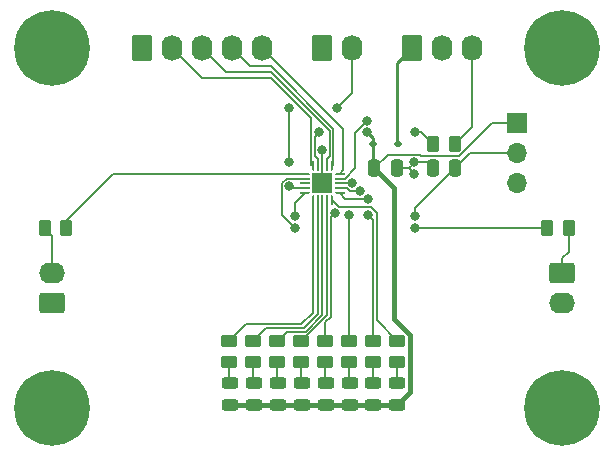
<source format=gbr>
%TF.GenerationSoftware,KiCad,Pcbnew,7.0.1-3b83917a11~172~ubuntu22.04.1*%
%TF.CreationDate,2023-04-03T09:33:55-05:00*%
%TF.ProjectId,adda-blinky,61646461-2d62-46c6-996e-6b792e6b6963,rev?*%
%TF.SameCoordinates,Original*%
%TF.FileFunction,Copper,L1,Top*%
%TF.FilePolarity,Positive*%
%FSLAX46Y46*%
G04 Gerber Fmt 4.6, Leading zero omitted, Abs format (unit mm)*
G04 Created by KiCad (PCBNEW 7.0.1-3b83917a11~172~ubuntu22.04.1) date 2023-04-03 09:33:55*
%MOMM*%
%LPD*%
G01*
G04 APERTURE LIST*
G04 Aperture macros list*
%AMRoundRect*
0 Rectangle with rounded corners*
0 $1 Rounding radius*
0 $2 $3 $4 $5 $6 $7 $8 $9 X,Y pos of 4 corners*
0 Add a 4 corners polygon primitive as box body*
4,1,4,$2,$3,$4,$5,$6,$7,$8,$9,$2,$3,0*
0 Add four circle primitives for the rounded corners*
1,1,$1+$1,$2,$3*
1,1,$1+$1,$4,$5*
1,1,$1+$1,$6,$7*
1,1,$1+$1,$8,$9*
0 Add four rect primitives between the rounded corners*
20,1,$1+$1,$2,$3,$4,$5,0*
20,1,$1+$1,$4,$5,$6,$7,0*
20,1,$1+$1,$6,$7,$8,$9,0*
20,1,$1+$1,$8,$9,$2,$3,0*%
%AMFreePoly0*
4,1,14,0.334644,0.085355,0.385355,0.034644,0.400000,-0.000711,0.400000,-0.050000,0.385355,-0.085355,0.350000,-0.100000,-0.350000,-0.100000,-0.385355,-0.085355,-0.400000,-0.050000,-0.400000,0.050000,-0.385355,0.085355,-0.350000,0.100000,0.299289,0.100000,0.334644,0.085355,0.334644,0.085355,$1*%
%AMFreePoly1*
4,1,14,0.385355,0.085355,0.400000,0.050000,0.400000,0.000711,0.385355,-0.034644,0.334644,-0.085355,0.299289,-0.100000,-0.350000,-0.100000,-0.385355,-0.085355,-0.400000,-0.050000,-0.400000,0.050000,-0.385355,0.085355,-0.350000,0.100000,0.350000,0.100000,0.385355,0.085355,0.385355,0.085355,$1*%
%AMFreePoly2*
4,1,14,0.085355,0.385355,0.100000,0.350000,0.100000,-0.350000,0.085355,-0.385355,0.050000,-0.400000,-0.050000,-0.400000,-0.085355,-0.385355,-0.100000,-0.350000,-0.100000,0.299289,-0.085355,0.334644,-0.034644,0.385355,0.000711,0.400000,0.050000,0.400000,0.085355,0.385355,0.085355,0.385355,$1*%
%AMFreePoly3*
4,1,14,0.034644,0.385355,0.085355,0.334644,0.100000,0.299289,0.100000,-0.350000,0.085355,-0.385355,0.050000,-0.400000,-0.050000,-0.400000,-0.085355,-0.385355,-0.100000,-0.350000,-0.100000,0.350000,-0.085355,0.385355,-0.050000,0.400000,-0.000711,0.400000,0.034644,0.385355,0.034644,0.385355,$1*%
%AMFreePoly4*
4,1,14,0.385355,0.085355,0.400000,0.050000,0.400000,-0.050000,0.385355,-0.085355,0.350000,-0.100000,-0.299289,-0.100000,-0.334644,-0.085354,-0.385355,-0.034644,-0.400000,0.000711,-0.400000,0.050000,-0.385355,0.085355,-0.350000,0.100000,0.350000,0.100000,0.385355,0.085355,0.385355,0.085355,$1*%
%AMFreePoly5*
4,1,14,0.385355,0.085355,0.400000,0.050000,0.400000,-0.050000,0.385355,-0.085355,0.350000,-0.100000,-0.350000,-0.100000,-0.385355,-0.085355,-0.400000,-0.050000,-0.400000,-0.000711,-0.385355,0.034644,-0.334643,0.085355,-0.299289,0.100000,0.350000,0.100000,0.385355,0.085355,0.385355,0.085355,$1*%
%AMFreePoly6*
4,1,14,0.085355,0.385355,0.100000,0.350000,0.100000,-0.299289,0.085355,-0.334644,0.034644,-0.385355,-0.000711,-0.400000,-0.050000,-0.400000,-0.085355,-0.385355,-0.100000,-0.350000,-0.100000,0.350000,-0.085355,0.385355,-0.050000,0.400000,0.050000,0.400000,0.085355,0.385355,0.085355,0.385355,$1*%
%AMFreePoly7*
4,1,14,0.085355,0.385355,0.100000,0.350000,0.100000,-0.350000,0.085355,-0.385355,0.050000,-0.400000,0.000711,-0.400000,-0.034644,-0.385355,-0.085355,-0.334644,-0.100000,-0.299289,-0.100000,0.350000,-0.085355,0.385355,-0.050000,0.400000,0.050000,0.400000,0.085355,0.385355,0.085355,0.385355,$1*%
G04 Aperture macros list end*
%TA.AperFunction,ComponentPad*%
%ADD10RoundRect,0.250000X0.845000X-0.620000X0.845000X0.620000X-0.845000X0.620000X-0.845000X-0.620000X0*%
%TD*%
%TA.AperFunction,ComponentPad*%
%ADD11O,2.190000X1.740000*%
%TD*%
%TA.AperFunction,ComponentPad*%
%ADD12C,6.400000*%
%TD*%
%TA.AperFunction,SMDPad,CuDef*%
%ADD13RoundRect,0.243750X-0.456250X0.243750X-0.456250X-0.243750X0.456250X-0.243750X0.456250X0.243750X0*%
%TD*%
%TA.AperFunction,ComponentPad*%
%ADD14R,1.700000X1.700000*%
%TD*%
%TA.AperFunction,ComponentPad*%
%ADD15O,1.700000X1.700000*%
%TD*%
%TA.AperFunction,SMDPad,CuDef*%
%ADD16RoundRect,0.250000X-0.450000X0.262500X-0.450000X-0.262500X0.450000X-0.262500X0.450000X0.262500X0*%
%TD*%
%TA.AperFunction,ComponentPad*%
%ADD17RoundRect,0.250000X-0.620000X-0.845000X0.620000X-0.845000X0.620000X0.845000X-0.620000X0.845000X0*%
%TD*%
%TA.AperFunction,ComponentPad*%
%ADD18O,1.740000X2.190000*%
%TD*%
%TA.AperFunction,ComponentPad*%
%ADD19RoundRect,0.250000X-0.845000X0.620000X-0.845000X-0.620000X0.845000X-0.620000X0.845000X0.620000X0*%
%TD*%
%TA.AperFunction,SMDPad,CuDef*%
%ADD20RoundRect,0.250000X-0.262500X-0.450000X0.262500X-0.450000X0.262500X0.450000X-0.262500X0.450000X0*%
%TD*%
%TA.AperFunction,SMDPad,CuDef*%
%ADD21FreePoly0,270.000000*%
%TD*%
%TA.AperFunction,SMDPad,CuDef*%
%ADD22RoundRect,0.050000X-0.050000X0.350000X-0.050000X-0.350000X0.050000X-0.350000X0.050000X0.350000X0*%
%TD*%
%TA.AperFunction,SMDPad,CuDef*%
%ADD23FreePoly1,270.000000*%
%TD*%
%TA.AperFunction,SMDPad,CuDef*%
%ADD24FreePoly2,270.000000*%
%TD*%
%TA.AperFunction,SMDPad,CuDef*%
%ADD25RoundRect,0.050000X-0.350000X0.050000X-0.350000X-0.050000X0.350000X-0.050000X0.350000X0.050000X0*%
%TD*%
%TA.AperFunction,SMDPad,CuDef*%
%ADD26FreePoly3,270.000000*%
%TD*%
%TA.AperFunction,SMDPad,CuDef*%
%ADD27FreePoly4,270.000000*%
%TD*%
%TA.AperFunction,SMDPad,CuDef*%
%ADD28FreePoly5,270.000000*%
%TD*%
%TA.AperFunction,SMDPad,CuDef*%
%ADD29FreePoly6,270.000000*%
%TD*%
%TA.AperFunction,SMDPad,CuDef*%
%ADD30FreePoly7,270.000000*%
%TD*%
%TA.AperFunction,SMDPad,CuDef*%
%ADD31R,1.700000X1.700000*%
%TD*%
%TA.AperFunction,SMDPad,CuDef*%
%ADD32RoundRect,0.250000X0.250000X0.475000X-0.250000X0.475000X-0.250000X-0.475000X0.250000X-0.475000X0*%
%TD*%
%TA.AperFunction,SMDPad,CuDef*%
%ADD33RoundRect,0.250000X-0.250000X-0.475000X0.250000X-0.475000X0.250000X0.475000X-0.250000X0.475000X0*%
%TD*%
%TA.AperFunction,SMDPad,CuDef*%
%ADD34RoundRect,0.112500X-0.187500X-0.112500X0.187500X-0.112500X0.187500X0.112500X-0.187500X0.112500X0*%
%TD*%
%TA.AperFunction,ViaPad*%
%ADD35C,0.800000*%
%TD*%
%TA.AperFunction,Conductor*%
%ADD36C,0.152400*%
%TD*%
%TA.AperFunction,Conductor*%
%ADD37C,0.254000*%
%TD*%
%TA.AperFunction,Conductor*%
%ADD38C,0.381000*%
%TD*%
G04 APERTURE END LIST*
D10*
%TO.P,J1,1,Pin_1*%
%TO.N,GND*%
X92710000Y-63500000D03*
D11*
%TO.P,J1,2,Pin_2*%
%TO.N,Net-(J1-Pin_2)*%
X92710000Y-60960000D03*
%TD*%
D12*
%TO.P,H3,1*%
%TO.N,N/C*%
X135890000Y-72390000D03*
%TD*%
D13*
%TO.P,D4,1,K*%
%TO.N,Net-(D4-K)*%
X113819000Y-70208500D03*
%TO.P,D4,2,A*%
%TO.N,+5V*%
X113819000Y-72083500D03*
%TD*%
D14*
%TO.P,RV1,1,1*%
%TO.N,+5V*%
X132080000Y-48275000D03*
D15*
%TO.P,RV1,2,2*%
%TO.N,/PB4*%
X132080000Y-50815000D03*
%TO.P,RV1,3,3*%
%TO.N,GND*%
X132080000Y-53355000D03*
%TD*%
D16*
%TO.P,R1,1*%
%TO.N,/PC1*%
X119888000Y-66677500D03*
%TO.P,R1,2*%
%TO.N,Net-(D1-K)*%
X119888000Y-68502500D03*
%TD*%
D13*
%TO.P,D5,1,K*%
%TO.N,Net-(D5-K)*%
X111787000Y-70208500D03*
%TO.P,D5,2,A*%
%TO.N,+5V*%
X111787000Y-72083500D03*
%TD*%
D17*
%TO.P,J3,1,Pin_1*%
%TO.N,GND*%
X115570000Y-41910000D03*
D18*
%TO.P,J3,2,Pin_2*%
%TO.N,/PB5*%
X118110000Y-41910000D03*
%TD*%
D16*
%TO.P,R3,1*%
%TO.N,/PC3*%
X115824000Y-66677500D03*
%TO.P,R3,2*%
%TO.N,Net-(D3-K)*%
X115824000Y-68502500D03*
%TD*%
%TO.P,R0,1*%
%TO.N,/PC0*%
X121920000Y-66677500D03*
%TO.P,R0,2*%
%TO.N,Net-(D0-K)*%
X121920000Y-68502500D03*
%TD*%
D19*
%TO.P,J2,1,Pin_1*%
%TO.N,Net-(J2-Pin_1)*%
X135890000Y-60960000D03*
D11*
%TO.P,J2,2,Pin_2*%
%TO.N,GND*%
X135890000Y-63500000D03*
%TD*%
D16*
%TO.P,R2,1*%
%TO.N,/PC2*%
X117856000Y-66677500D03*
%TO.P,R2,2*%
%TO.N,Net-(D2-K)*%
X117856000Y-68502500D03*
%TD*%
D13*
%TO.P,D2,1,K*%
%TO.N,Net-(D2-K)*%
X117883000Y-70208500D03*
%TO.P,D2,2,A*%
%TO.N,+5V*%
X117883000Y-72083500D03*
%TD*%
D16*
%TO.P,R7,1*%
%TO.N,/PB3*%
X107696000Y-66677500D03*
%TO.P,R7,2*%
%TO.N,Net-(D7-K)*%
X107696000Y-68502500D03*
%TD*%
D20*
%TO.P,R8,1*%
%TO.N,/~{RESET}*%
X124968000Y-50038000D03*
%TO.P,R8,2*%
%TO.N,/UPDI*%
X126793000Y-50038000D03*
%TD*%
D13*
%TO.P,D1,1,K*%
%TO.N,Net-(D1-K)*%
X119888000Y-70208500D03*
%TO.P,D1,2,A*%
%TO.N,+5V*%
X119888000Y-72083500D03*
%TD*%
D21*
%TO.P,U2,1,PA2*%
%TO.N,/PA2{slash}MISO{slash}SCL*%
X116370000Y-51890000D03*
D22*
%TO.P,U2,2,PA3*%
%TO.N,/PA3{slash}SCK*%
X115970000Y-51890000D03*
%TO.P,U2,3,GND*%
%TO.N,GND*%
X115570000Y-51890000D03*
%TO.P,U2,4,VCC*%
%TO.N,+5V*%
X115170000Y-51890000D03*
D23*
%TO.P,U2,5,PA4*%
%TO.N,/PA4{slash}SS*%
X114770000Y-51890000D03*
D24*
%TO.P,U2,6,PA5*%
%TO.N,/PA5{slash}AIN5*%
X114120000Y-52540000D03*
D25*
%TO.P,U2,7,PA6*%
%TO.N,/PA6{slash}OUT*%
X114120000Y-52940000D03*
%TO.P,U2,8,PA7*%
%TO.N,/PA7*%
X114120000Y-53340000D03*
%TO.P,U2,9,PB5*%
%TO.N,/PB5*%
X114120000Y-53740000D03*
D26*
%TO.P,U2,10,PB4*%
%TO.N,/PB4*%
X114120000Y-54140000D03*
D27*
%TO.P,U2,11,PB3*%
%TO.N,/PB3*%
X114770000Y-54790000D03*
D22*
%TO.P,U2,12,PB2*%
%TO.N,/PB2*%
X115170000Y-54790000D03*
%TO.P,U2,13,PB1*%
%TO.N,/PB1*%
X115570000Y-54790000D03*
%TO.P,U2,14,PB0*%
%TO.N,/PB0*%
X115970000Y-54790000D03*
D28*
%TO.P,U2,15,PC0*%
%TO.N,/PC0*%
X116370000Y-54790000D03*
D29*
%TO.P,U2,16,PC1*%
%TO.N,/PC1*%
X117020000Y-54140000D03*
D25*
%TO.P,U2,17,PC2*%
%TO.N,/PC2*%
X117020000Y-53740000D03*
%TO.P,U2,18,PC3*%
%TO.N,/PC3*%
X117020000Y-53340000D03*
%TO.P,U2,19,~{RESET}/PA0*%
%TO.N,/~{RESET}*%
X117020000Y-52940000D03*
D30*
%TO.P,U2,20,PA1*%
%TO.N,/PA1{slash}MOSI{slash}SDA*%
X117020000Y-52540000D03*
D31*
%TO.P,U2,21,GND*%
%TO.N,GND*%
X115570000Y-53340000D03*
%TD*%
D12*
%TO.P,H4,1*%
%TO.N,N/C*%
X135890000Y-41910000D03*
%TD*%
D32*
%TO.P,C1,1*%
%TO.N,/PB4*%
X126830500Y-52070000D03*
%TO.P,C1,2*%
%TO.N,GND*%
X124930500Y-52070000D03*
%TD*%
D13*
%TO.P,D0,1,K*%
%TO.N,Net-(D0-K)*%
X121920000Y-70208500D03*
%TO.P,D0,2,A*%
%TO.N,+5V*%
X121920000Y-72083500D03*
%TD*%
D16*
%TO.P,R5,1*%
%TO.N,/PB1*%
X111742000Y-66677500D03*
%TO.P,R5,2*%
%TO.N,Net-(D5-K)*%
X111742000Y-68502500D03*
%TD*%
D12*
%TO.P,H1,1*%
%TO.N,N/C*%
X92710000Y-41910000D03*
%TD*%
D13*
%TO.P,D6,1,K*%
%TO.N,Net-(D6-K)*%
X109755000Y-70208500D03*
%TO.P,D6,2,A*%
%TO.N,+5V*%
X109755000Y-72083500D03*
%TD*%
D12*
%TO.P,H2,1*%
%TO.N,N/C*%
X92710000Y-72390000D03*
%TD*%
D33*
%TO.P,C5,1*%
%TO.N,+5V*%
X119954000Y-52070000D03*
%TO.P,C5,2*%
%TO.N,GND*%
X121854000Y-52070000D03*
%TD*%
D17*
%TO.P,J5,1,Pin_1*%
%TO.N,Net-(D10-A)*%
X123190000Y-41910000D03*
D18*
%TO.P,J5,2,Pin_2*%
%TO.N,GND*%
X125730000Y-41910000D03*
%TO.P,J5,3,Pin_3*%
%TO.N,/UPDI*%
X128270000Y-41910000D03*
%TD*%
D13*
%TO.P,D3,1,K*%
%TO.N,Net-(D3-K)*%
X115851000Y-70208500D03*
%TO.P,D3,2,A*%
%TO.N,+5V*%
X115851000Y-72083500D03*
%TD*%
%TO.P,D7,1,K*%
%TO.N,Net-(D7-K)*%
X107723000Y-70208500D03*
%TO.P,D7,2,A*%
%TO.N,+5V*%
X107723000Y-72083500D03*
%TD*%
D20*
%TO.P,R10,1*%
%TO.N,/PA6{slash}OUT*%
X134596500Y-57150000D03*
%TO.P,R10,2*%
%TO.N,Net-(J2-Pin_1)*%
X136421500Y-57150000D03*
%TD*%
D16*
%TO.P,R4,1*%
%TO.N,/PB0*%
X113792000Y-66677500D03*
%TO.P,R4,2*%
%TO.N,Net-(D4-K)*%
X113792000Y-68502500D03*
%TD*%
D34*
%TO.P,D10,1,K*%
%TO.N,+5V*%
X119854000Y-50038000D03*
%TO.P,D10,2,A*%
%TO.N,Net-(D10-A)*%
X121954000Y-50038000D03*
%TD*%
D17*
%TO.P,J4,1,Pin_1*%
%TO.N,GND*%
X100330000Y-41910000D03*
D18*
%TO.P,J4,2,Pin_2*%
%TO.N,/PA4{slash}SS*%
X102870000Y-41910000D03*
%TO.P,J4,3,Pin_3*%
%TO.N,/PA3{slash}SCK*%
X105410000Y-41910000D03*
%TO.P,J4,4,Pin_4*%
%TO.N,/PA2{slash}MISO{slash}SCL*%
X107950000Y-41910000D03*
%TO.P,J4,5,Pin_5*%
%TO.N,/PA1{slash}MOSI{slash}SDA*%
X110490000Y-41910000D03*
%TD*%
D16*
%TO.P,R6,1*%
%TO.N,/PB2*%
X109728000Y-66677500D03*
%TO.P,R6,2*%
%TO.N,Net-(D6-K)*%
X109728000Y-68502500D03*
%TD*%
D20*
%TO.P,R9,1*%
%TO.N,Net-(J1-Pin_2)*%
X92051500Y-57150000D03*
%TO.P,R9,2*%
%TO.N,/PA5{slash}AIN5*%
X93876500Y-57150000D03*
%TD*%
D35*
%TO.N,/PB5*%
X112776000Y-46990000D03*
X112776000Y-53594000D03*
X116840000Y-46990000D03*
X112776000Y-51562000D03*
%TO.N,/PB4*%
X113284000Y-56134000D03*
X123444000Y-56134000D03*
%TO.N,/PC1*%
X119456194Y-54686194D03*
X119433333Y-56008722D03*
%TO.N,/PC2*%
X118783097Y-54013097D03*
X117856000Y-55987390D03*
%TO.N,/PC3*%
X118110000Y-53340000D03*
X116598100Y-55886641D03*
%TO.N,+5V*%
X119380000Y-49022000D03*
X115316000Y-49022000D03*
%TO.N,GND*%
X123323900Y-51562000D03*
X115570000Y-53340000D03*
X123323900Y-52578000D03*
X115570000Y-50546000D03*
%TO.N,/~{RESET}*%
X123444000Y-49022000D03*
X119380000Y-48070097D03*
%TO.N,/PA6{slash}OUT*%
X113284000Y-57150000D03*
X123444000Y-57150000D03*
%TD*%
D36*
%TO.N,/PB5*%
X118110000Y-45720000D02*
X116840000Y-46990000D01*
X118110000Y-41910000D02*
X118110000Y-45720000D01*
X114120000Y-53740000D02*
X112922000Y-53740000D01*
X112776000Y-46990000D02*
X112776000Y-51562000D01*
X112922000Y-53740000D02*
X112776000Y-53594000D01*
%TO.N,/PB4*%
X123444000Y-56134000D02*
X123444000Y-55456500D01*
X114120000Y-54140000D02*
X113284000Y-54976000D01*
X123444000Y-55456500D02*
X126830500Y-52070000D01*
X126830500Y-52070000D02*
X128085500Y-50815000D01*
X128085500Y-50815000D02*
X132080000Y-50815000D01*
X113284000Y-54976000D02*
X113284000Y-56134000D01*
%TO.N,/PB3*%
X114770000Y-64300000D02*
X113790376Y-65279624D01*
X109093876Y-65279624D02*
X107696000Y-66677500D01*
X114770000Y-54790000D02*
X114770000Y-64300000D01*
X113790376Y-65279624D02*
X109093876Y-65279624D01*
%TO.N,/PB2*%
X110821076Y-65584424D02*
X109728000Y-66677500D01*
X115170000Y-54790000D02*
X115170000Y-64408000D01*
X113993576Y-65584424D02*
X110821076Y-65584424D01*
X115170000Y-64408000D02*
X113993576Y-65584424D01*
%TO.N,/PB1*%
X112530276Y-65889224D02*
X111742000Y-66677500D01*
X114149224Y-65889224D02*
X112530276Y-65889224D01*
X115570000Y-64468448D02*
X114149224Y-65889224D01*
X115570000Y-54790000D02*
X115570000Y-64468448D01*
%TO.N,/PB0*%
X115970000Y-54790000D02*
X115970000Y-64499500D01*
X115970000Y-64499500D02*
X113792000Y-66677500D01*
%TO.N,/PC0*%
X116370000Y-54790000D02*
X116939290Y-55359290D01*
X120192800Y-55879214D02*
X120192800Y-64950300D01*
X116939290Y-55359290D02*
X119672876Y-55359290D01*
X120192800Y-64950300D02*
X121920000Y-66677500D01*
X119672876Y-55359290D02*
X120192800Y-55879214D01*
%TO.N,/PC1*%
X119888000Y-66677500D02*
X119888000Y-56463389D01*
X119888000Y-56463389D02*
X119433333Y-56008722D01*
X119411697Y-54641697D02*
X119456194Y-54686194D01*
X117020000Y-54140000D02*
X117521697Y-54641697D01*
X117521697Y-54641697D02*
X119411697Y-54641697D01*
%TO.N,/PC2*%
X117856000Y-66677500D02*
X117856000Y-55987390D01*
X117621025Y-53740000D02*
X117894122Y-54013097D01*
X117020000Y-53740000D02*
X117621025Y-53740000D01*
X117894122Y-54013097D02*
X118783097Y-54013097D01*
%TO.N,/PC3*%
X116598100Y-55886641D02*
X116274800Y-56209941D01*
X117020000Y-53340000D02*
X118110000Y-53340000D01*
X115824000Y-65076552D02*
X115824000Y-66677500D01*
X116274800Y-64625752D02*
X115824000Y-65076552D01*
X116274800Y-56209941D02*
X116274800Y-64625752D01*
D37*
%TO.N,+5V*%
X119854000Y-50038000D02*
X119854000Y-51970000D01*
D36*
X121090600Y-50933400D02*
X119954000Y-52070000D01*
X123831400Y-50933400D02*
X121090600Y-50933400D01*
X119854000Y-51970000D02*
X119954000Y-52070000D01*
D37*
X119854000Y-50038000D02*
X119854000Y-49496000D01*
D36*
X115316000Y-49022000D02*
X114941900Y-49396100D01*
D37*
X119854000Y-49496000D02*
X119380000Y-49022000D01*
D36*
X123952000Y-51054000D02*
X123831400Y-50933400D01*
D38*
X121604902Y-64811415D02*
X122962900Y-66169413D01*
X119954000Y-52070000D02*
X121604902Y-53720902D01*
X122962900Y-66169413D02*
X122962900Y-71040600D01*
D36*
X115170000Y-51288268D02*
X115170000Y-51890000D01*
D38*
X121920000Y-72083500D02*
X107723000Y-72083500D01*
D36*
X114941900Y-51060168D02*
X115170000Y-51288268D01*
X132080000Y-48275000D02*
X129945343Y-48275000D01*
X129945343Y-48275000D02*
X127166343Y-51054000D01*
X114941900Y-49396100D02*
X114941900Y-51060168D01*
X127166343Y-51054000D02*
X123952000Y-51054000D01*
D38*
X121604902Y-53720902D02*
X121604902Y-64811415D01*
X122962900Y-71040600D02*
X121920000Y-72083500D01*
D36*
%TO.N,GND*%
X124422500Y-51562000D02*
X123323900Y-51562000D01*
X124930500Y-52070000D02*
X124422500Y-51562000D01*
X122936000Y-52070000D02*
X123323900Y-52457900D01*
X122936000Y-52070000D02*
X123323900Y-51682100D01*
X115570000Y-51890000D02*
X115570000Y-50546000D01*
X123323900Y-51682100D02*
X123323900Y-51562000D01*
X123323900Y-52457900D02*
X123323900Y-52578000D01*
X122936000Y-52070000D02*
X121854000Y-52070000D01*
X115570000Y-51890000D02*
X115570000Y-53340000D01*
D37*
%TO.N,Net-(D10-A)*%
X123190000Y-41910000D02*
X121920000Y-43180000D01*
X121920000Y-43180000D02*
X121920000Y-50038000D01*
D36*
%TO.N,/~{RESET}*%
X117494000Y-52940000D02*
X117020000Y-52940000D01*
X118364000Y-49086097D02*
X118364000Y-52070000D01*
X124968000Y-50038000D02*
X123952000Y-49022000D01*
X119380000Y-48070097D02*
X118364000Y-49086097D01*
X118364000Y-52070000D02*
X117494000Y-52940000D01*
X123952000Y-49022000D02*
X123444000Y-49022000D01*
%TO.N,/PA4{slash}SS*%
X114637599Y-47835599D02*
X111252000Y-44450000D01*
X114637599Y-51757599D02*
X114637599Y-47835599D01*
X111252000Y-44450000D02*
X105410000Y-44450000D01*
X105410000Y-44450000D02*
X102870000Y-41910000D01*
X114770000Y-51890000D02*
X114637599Y-51757599D01*
%TO.N,/PA5{slash}AIN5*%
X93876500Y-56515000D02*
X97851500Y-52540000D01*
X97851500Y-52540000D02*
X114120000Y-52540000D01*
X93876500Y-57150000D02*
X93876500Y-56515000D01*
%TO.N,/PA6{slash}OUT*%
X113284000Y-57150000D02*
X112147900Y-56013900D01*
X112147900Y-53333832D02*
X112541732Y-52940000D01*
X112541732Y-52940000D02*
X114120000Y-52940000D01*
X134596500Y-57150000D02*
X123444000Y-57150000D01*
X112147900Y-56013900D02*
X112147900Y-53333832D01*
%TO.N,/PA1{slash}MOSI{slash}SDA*%
X117020000Y-52540000D02*
X117348500Y-52211500D01*
X117348500Y-48768500D02*
X110490000Y-41910000D01*
X117348500Y-52211500D02*
X117348500Y-48768500D01*
%TO.N,/PA2{slash}MISO{slash}SCL*%
X116502401Y-51757599D02*
X116502401Y-48761349D01*
X116502401Y-48761349D02*
X111175052Y-43434000D01*
X116370000Y-51890000D02*
X116502401Y-51757599D01*
X111175052Y-43434000D02*
X109474000Y-43434000D01*
X109474000Y-43434000D02*
X107950000Y-41910000D01*
%TO.N,/PA3{slash}SCK*%
X111252000Y-43942000D02*
X107442000Y-43942000D01*
X115970000Y-51890000D02*
X115970000Y-51288268D01*
X115970000Y-51288268D02*
X116198100Y-51060168D01*
X116198100Y-51060168D02*
X116198100Y-48888100D01*
X107442000Y-43942000D02*
X105410000Y-41910000D01*
X116198100Y-48888100D02*
X111252000Y-43942000D01*
%TO.N,/UPDI*%
X126793000Y-50038000D02*
X128270000Y-48561000D01*
X128270000Y-48561000D02*
X128270000Y-41910000D01*
%TO.N,Net-(D0-K)*%
X121920000Y-70103000D02*
X121947000Y-70130000D01*
X121920000Y-68502500D02*
X121920000Y-70103000D01*
%TO.N,Net-(D1-K)*%
X119888000Y-70103000D02*
X119915000Y-70130000D01*
X119888000Y-68502500D02*
X119888000Y-70103000D01*
%TO.N,Net-(D2-K)*%
X117856000Y-68502500D02*
X117856000Y-70181500D01*
X117856000Y-70181500D02*
X117883000Y-70208500D01*
%TO.N,Net-(D3-K)*%
X115824000Y-70181500D02*
X115851000Y-70208500D01*
X115824000Y-68502500D02*
X115824000Y-70181500D01*
%TO.N,Net-(D4-K)*%
X113792000Y-70181500D02*
X113819000Y-70208500D01*
X113792000Y-68502500D02*
X113792000Y-70181500D01*
%TO.N,Net-(D5-K)*%
X111742000Y-68502500D02*
X111742000Y-70163500D01*
X111742000Y-70163500D02*
X111787000Y-70208500D01*
%TO.N,Net-(D6-K)*%
X109728000Y-68502500D02*
X109728000Y-70181500D01*
X109728000Y-70181500D02*
X109755000Y-70208500D01*
%TO.N,Net-(D7-K)*%
X107696000Y-68502500D02*
X107696000Y-70181500D01*
X107696000Y-70181500D02*
X107723000Y-70208500D01*
%TO.N,Net-(J1-Pin_2)*%
X92710000Y-60960000D02*
X92710000Y-57808500D01*
X92710000Y-57808500D02*
X92051500Y-57150000D01*
%TO.N,Net-(J2-Pin_1)*%
X135890000Y-60960000D02*
X135890000Y-59690000D01*
X135890000Y-59690000D02*
X136421500Y-59158500D01*
X136421500Y-57150000D02*
X136421500Y-59158500D01*
%TD*%
M02*

</source>
